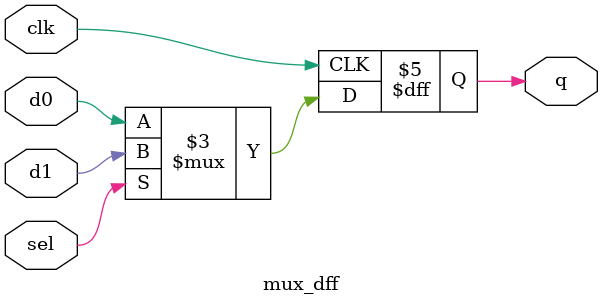
<source format=v>
module mux_dff(input d0, d1, sel, clk, output reg q);
    always@(posedge clk)begin
        if(sel)
            q <= d1;
        else 
            q <= d0;
    end
endmodule
</source>
